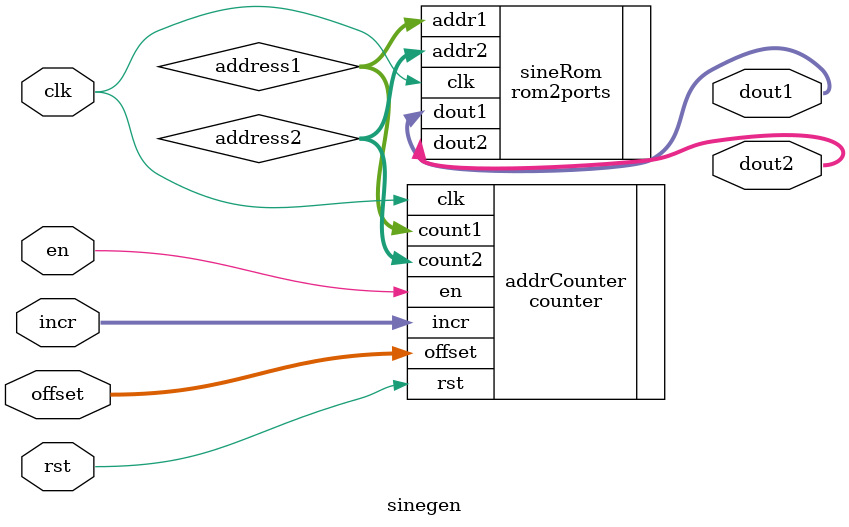
<source format=sv>
module sinegen #(
    parameter   A_WIDTH = 8,
                D_WIDTH = 8
)(
    // interface signals
    input   logic                   clk,        // clock
    input   logic                   rst,        // reset
    input   logic                   en,         // enable
    input   logic [D_WIDTH-1:0]     incr,       // increment for addr counter
    input   logic [D_WIDTH-1:0]     offset,     // offset
    output  logic [D_WIDTH-1:0]     dout1,      // output data
    output  logic [D_WIDTH-1:0]     dout2       // output data of wave with offset
);

    logic   [A_WIDTH-1:0]           address1;    // interconnect wire
    logic   [A_WIDTH-1:0]           address2;

counter addrCounter (
    .clk (clk),
    .rst (rst),
    .en (en),
    .incr (incr),
    .offset (offset),
    .count1 (address1), // addresses passed from the counter to the rom
    .count2 (address2)
);

rom2ports sineRom (
    .clk (clk),
    .addr1 (address1),
    .addr2 (address2),
    .dout1 (dout1),
    .dout2 (dout2)
);

endmodule

</source>
